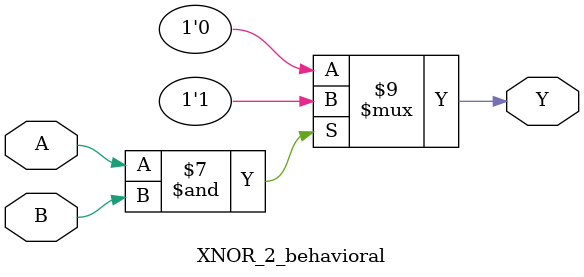
<source format=v>

module xnor_gate_s(a,b,y);
input a,b;
output y;

xnor(y,a,b);
                
endmodule


//EX-NOR gate using data flow modeling
module xnor_gate_d(a,b,y);
input a,b;
output y;

assign y = ~(a ^ b);
                
endmodule


//EX-NOR gate using behavioural modeling
module XNOR_2_behavioral (output reg Y, input A, B);
always @ (A or B) begin
   if (A == 1'b0 & B == 1'b0) begin
       Y = 1'b1;
   end
   if (A == 1'b1 & B == 1'b1) begin
       Y = 1'b1;
   end
   else 
       Y = 1'b0;
end
endmodule

</source>
